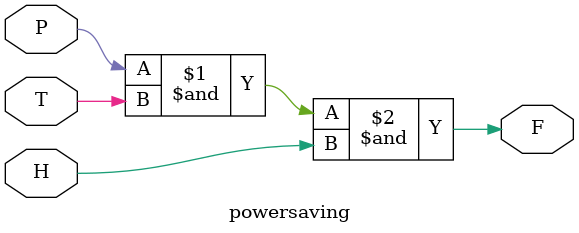
<source format=v>



// Generated by Quartus Prime Version 21.1 (Build Build 850 06/23/2022)
// Created on Fri Feb 17 14:53:13 2023

//  Module Declaration
module powersaving
(
	// {{ALTERA_ARGS_BEGIN}} DO NOT REMOVE THIS LINE!
	P, T, H, F
	// {{ALTERA_ARGS_END}} DO NOT REMOVE THIS LINE!
);
// Port Declaration

	// {{ALTERA_IO_BEGIN}} DO NOT REMOVE THIS LINE!
	input P;
	input T;
	input H;
	output F;
	// {{ALTERA_IO_END}} DO NOT REMOVE THIS LINE!
assign F = P & T & H;


endmodule
 
</source>
